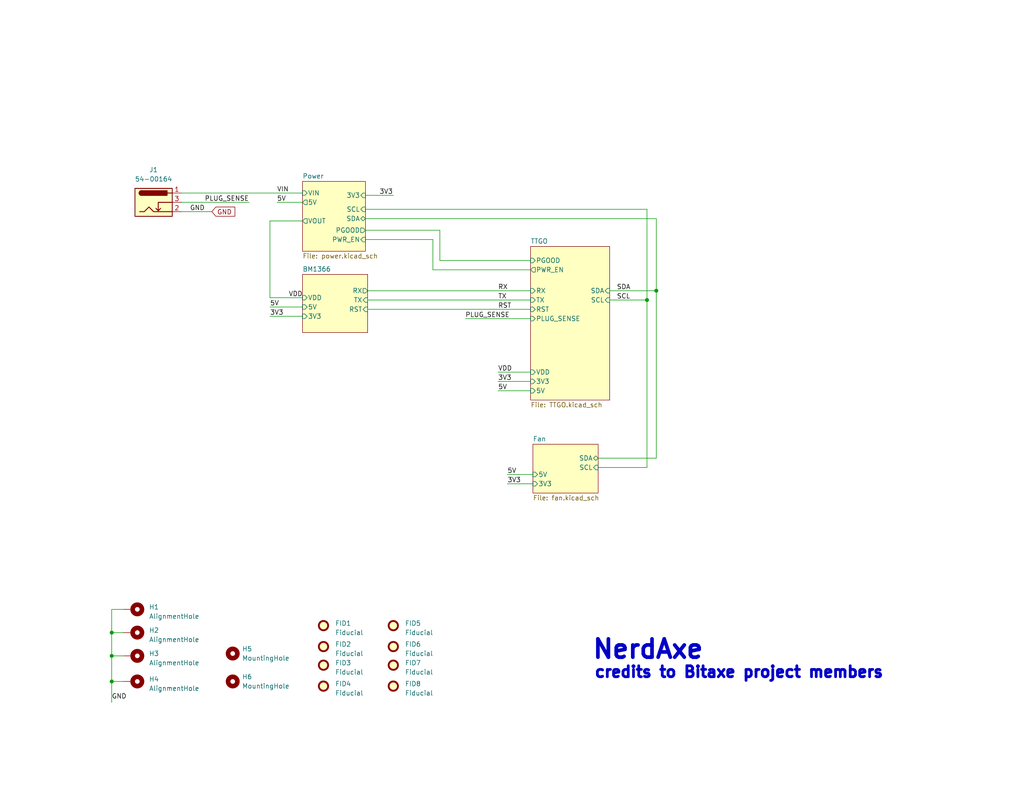
<source format=kicad_sch>
(kicad_sch (version 20230121) (generator eeschema)
  (paper "A")
  (title_block (title "bitaxeTTGO") (date "2023-07-10") (rev "0"))
  (lib_symbols
    (symbol "Connector:Barrel_Jack_Switch" (pin_names hide)
      (property "Reference" "J" (at 0 5.334 0))
      (property "Value" "Barrel_Jack_Switch" (at 0 -5.08 0))
      (symbol "Barrel_Jack_Switch_0_1"
        (rectangle (start -5.08 3.81) (end 5.08 -3.81) (stroke (width 0.254)) (fill (type background)))
        (arc (start -3.302 3.175) (mid -3.9343 2.54) (end -3.302 1.905) (stroke (width 0.254)))
        (arc (start -3.302 3.175) (mid -3.9343 2.54) (end -3.302 1.905) (stroke (width 0.254)) (fill (type outline)))
        (polyline (pts (xy 1.27 -2.286) (xy 1.905 -1.651)) (stroke (width 0.254)))
        (polyline (pts (xy 5.08 2.54) (xy 3.81 2.54)) (stroke (width 0.254)))
        (polyline (pts (xy 5.08 0) (xy 1.27 0) (xy 1.27 -2.286) (xy 0.635 -1.651)) (stroke (width 0.254)))
        (polyline (pts (xy -3.81 -2.54) (xy -2.54 -2.54) (xy -1.27 -1.27) (xy 0 -2.54) (xy 2.54 -2.54) (xy 5.08 -2.54)) (stroke (width 0.254)))
        (rectangle (start 3.683 3.175) (end -3.302 1.905) (stroke (width 0.254)) (fill (type outline)))
      )
      (symbol "Barrel_Jack_Switch_1_1"
        (pin passive line (at 7.62 2.54 180) (length 2.54) (name "~") (number "1"))
        (pin passive line (at 7.62 -2.54 180) (length 2.54) (name "~") (number "2"))
        (pin passive line (at 7.62 0 180) (length 2.54) (name "~") (number "3"))
      )
    )
    (symbol "Mechanical:Fiducial"
      (property "Reference" "FID" (at 0 5.08 0))
      (property "Value" "Fiducial" (at 0 3.175 0))
      (symbol "Fiducial_0_1"
        (circle (center 0 0) (radius 1.27) (stroke (width 0.508)) (fill (type background)))
      )
    )
    (symbol "Mechanical:MountingHole" (pin_names (offset 1.016))
      (property "Reference" "H" (at 0 5.08 0))
      (property "Value" "MountingHole" (at 0 3.175 0))
      (symbol "MountingHole_0_1"
        (circle (center 0 0) (radius 1.27) (stroke (width 1.27)))
      )
    )
    (symbol "Mechanical:MountingHole_Pad" (pin_numbers hide) (pin_names (offset 1.016) hide)
      (property "Reference" "H" (at 0 6.35 0))
      (property "Value" "MountingHole_Pad" (at 0 4.445 0))
      (symbol "MountingHole_Pad_0_1"
        (circle (center 0 1.27) (radius 1.27) (stroke (width 1.27)))
      )
      (symbol "MountingHole_Pad_1_1"
        (pin input line (at 0 -2.54 90) (length 2.54) (name "1") (number "1"))
      )
    )
  )
  (junction (at 30.48 186.055))
  (junction (at 179.07 79.375))
  (junction (at 30.48 172.72))
  (junction (at 30.48 179.07))
  (junction (at 176.53 81.915))
  (wire (pts (xy 144.78 73.66) (xy 118.11 73.66)))
  (wire (pts (xy 135.89 101.6) (xy 144.78 101.6)))
  (wire (pts (xy 99.695 57.15) (xy 176.53 57.15)))
  (wire (pts (xy 163.195 125.095) (xy 179.07 125.095)))
  (wire (pts (xy 166.37 81.915) (xy 176.53 81.915)))
  (wire (pts (xy 49.53 57.785) (xy 57.785 57.785)))
  (wire (pts (xy 75.565 55.245) (xy 82.55 55.245)))
  (wire (pts (xy 100.33 81.915) (xy 144.78 81.915)))
  (wire (pts (xy 144.78 71.12) (xy 120.015 71.12)))
  (wire (pts (xy 30.48 166.37) (xy 30.48 172.72)))
  (wire (pts (xy 33.655 186.055) (xy 30.48 186.055)))
  (wire (pts (xy 138.43 132.08) (xy 145.415 132.08)))
  (wire (pts (xy 30.48 179.07) (xy 33.655 179.07)))
  (wire (pts (xy 120.015 71.12) (xy 120.015 62.865)))
  (wire (pts (xy 30.48 179.07) (xy 30.48 186.055)))
  (wire (pts (xy 49.53 52.705) (xy 82.55 52.705)))
  (wire (pts (xy 179.07 59.69) (xy 179.07 79.375)))
  (wire (pts (xy 30.48 172.72) (xy 33.655 172.72)))
  (wire (pts (xy 99.695 59.69) (xy 179.07 59.69)))
  (wire (pts (xy 127 86.995) (xy 144.78 86.995)))
  (wire (pts (xy 176.53 81.915) (xy 176.53 127.635)))
  (wire (pts (xy 176.53 57.15) (xy 176.53 81.915)))
  (wire (pts (xy 30.48 186.055) (xy 30.48 191.77)))
  (wire (pts (xy 166.37 79.375) (xy 179.07 79.375)))
  (wire (pts (xy 73.66 86.36) (xy 82.55 86.36)))
  (wire (pts (xy 135.89 104.14) (xy 144.78 104.14)))
  (wire (pts (xy 100.33 79.375) (xy 144.78 79.375)))
  (wire (pts (xy 163.195 127.635) (xy 176.53 127.635)))
  (wire (pts (xy 73.66 81.28) (xy 73.66 60.325)))
  (wire (pts (xy 118.11 65.405) (xy 99.695 65.405)))
  (wire (pts (xy 118.11 73.66) (xy 118.11 65.405)))
  (wire (pts (xy 73.66 83.82) (xy 82.55 83.82)))
  (wire (pts (xy 30.48 172.72) (xy 30.48 179.07)))
  (wire (pts (xy 179.07 125.095) (xy 179.07 79.375)))
  (wire (pts (xy 120.015 62.865) (xy 99.695 62.865)))
  (wire (pts (xy 138.43 129.54) (xy 145.415 129.54)))
  (wire (pts (xy 49.53 55.245) (xy 67.945 55.245)))
  (wire (pts (xy 82.55 81.28) (xy 73.66 81.28)))
  (wire (pts (xy 73.66 60.325) (xy 82.55 60.325)))
  (wire (pts (xy 100.33 84.455) (xy 144.78 84.455)))
  (wire (pts (xy 135.89 106.68) (xy 144.78 106.68)))
  (wire (pts (xy 30.48 166.37) (xy 33.655 166.37)))
  (wire (pts (xy 99.695 53.34) (xy 107.315 53.34)))
  (text "credits to Bitaxe project members" (at 161.925 185.42 0) (effects (font (size 3 3) (thickness 1) bold) (justify left bottom)))
  (text "NerdAxe" (at 161.29 180.34 0) (effects (font (size 5 5) (thickness 1) bold) (justify left bottom)))
  (label "GND" (at 55.88 57.785 180))
  (label "VDD" (at 135.89 101.6 0))
  (label "3V3" (at 73.66 86.36 0))
  (label "RST" (at 135.89 84.455 0))
  (label "VDD" (at 78.74 81.28 0))
  (label "5V" (at 75.565 55.245 0))
  (label "5V" (at 138.43 129.54 0))
  (label "SDA" (at 168.275 79.375 0))
  (label "RX" (at 135.89 79.375 0))
  (label "PLUG_SENSE" (at 67.945 55.245 180))
  (label "3V3" (at 103.505 53.34 0))
  (label "3V3" (at 135.89 104.14 0))
  (label "GND" (at 30.48 191.135 0))
  (label "SCL" (at 168.275 81.915 0))
  (label "5V" (at 135.89 106.68 0))
  (label "VIN" (at 75.565 52.705 0))
  (label "3V3" (at 138.43 132.08 0))
  (label "5V" (at 73.66 83.82 0))
  (label "PLUG_SENSE" (at 139.065 86.995 180))
  (label "TX" (at 135.89 81.915 0))
  (global_label "GND" (shape input) (at 57.785 57.785 0) (property "Intersheetrefs" "${INTERSHEET_REFS}" (effects hide)))
  (symbol (lib_id "Mechanical:Fiducial") (at 88.265 170.815 0) (unit 1) (in_bom no)
    (property "Reference" "FID1" (at 91.44 170.18 0) (effects (justify left)))
    (property "Value" "Fiducial" (at 91.44 172.72 0) (effects (justify left)))
    (property "Footprint" "Fiducial:Fiducial_1mm_Mask2mm" (effects hide))
  )
  (symbol (lib_id "Mechanical:MountingHole_Pad") (at 36.195 179.07 270) (unit 1)
    (property "Reference" "H3" (at 40.64 178.435 90) (effects (justify left)))
    (property "Value" "AlignmentHole" (at 40.64 180.975 90) (effects (justify left)))
    (property "Footprint" "MountingHole:MountingHole_3mm_Pad_Via" (effects hide))
    (property "PARTNO" "https://www.amazon.com/dp/B07MDFS1YS" (effects hide))
  )
  (symbol (lib_id "Mechanical:Fiducial") (at 88.265 187.325 0) (unit 1) (in_bom no)
    (property "Reference" "FID4" (at 91.44 186.69 0) (effects (justify left)))
    (property "Value" "Fiducial" (at 91.44 189.23 0) (effects (justify left)))
    (property "Footprint" "Fiducial:Fiducial_1mm_Mask2mm" (effects hide))
  )
  (symbol (lib_id "Mechanical:Fiducial") (at 88.265 176.53 0) (unit 1) (in_bom no)
    (property "Reference" "FID2" (at 91.44 175.895 0) (effects (justify left)))
    (property "Value" "Fiducial" (at 91.44 178.435 0) (effects (justify left)))
    (property "Footprint" "Fiducial:Fiducial_1mm_Mask2mm" (effects hide))
  )
  (symbol (lib_id "Mechanical:Fiducial") (at 88.265 181.61 0) (unit 1) (in_bom no)
    (property "Reference" "FID3" (at 91.44 180.975 0) (effects (justify left)))
    (property "Value" "Fiducial" (at 91.44 183.515 0) (effects (justify left)))
    (property "Footprint" "Fiducial:Fiducial_1mm_Mask2mm" (effects hide))
  )
  (symbol (lib_id "Mechanical:Fiducial") (at 107.315 187.325 0) (unit 1) (in_bom no)
    (property "Reference" "FID8" (at 110.49 186.69 0) (effects (justify left)))
    (property "Value" "Fiducial" (at 110.49 189.23 0) (effects (justify left)))
    (property "Footprint" "Fiducial:Fiducial_1mm_Mask2mm" (effects hide))
  )
  (symbol (lib_id "Mechanical:MountingHole_Pad") (at 36.195 172.72 270) (unit 1)
    (property "Reference" "H2" (at 40.64 172.085 90) (effects (justify left)))
    (property "Value" "AlignmentHole" (at 40.64 174.625 90) (effects (justify left)))
    (property "Footprint" "MountingHole:MountingHole_3mm_Pad_Via" (effects hide))
    (property "PARTNO" "https://www.amazon.com/dp/B07MDFS1YS" (effects hide))
  )
  (symbol (lib_id "Mechanical:Fiducial") (at 107.315 170.815 0) (unit 1) (in_bom no)
    (property "Reference" "FID5" (at 110.49 170.18 0) (effects (justify left)))
    (property "Value" "Fiducial" (at 110.49 172.72 0) (effects (justify left)))
    (property "Footprint" "Fiducial:Fiducial_1mm_Mask2mm" (effects hide))
  )
  (symbol (lib_id "Connector:Barrel_Jack_Switch") (at 41.91 55.245 0) (unit 1)
    (property "Reference" "J1" (at 41.91 46.355 0))
    (property "Value" "54-00164" (at 41.91 48.895 0))
    (property "Footprint" "bitaxe:BarrelJack_Wuerth_694106106102_2.0x5.5mm" (effects hide))
    (property "Datasheet" "https://tensility.s3.amazonaws.com/uploads/pdffiles/54-00164.pdf?X-Amz-Expires=600&X-Amz-Date=20231120T033415Z&X-Amz-Algorithm=AWS4-HMAC-SHA256&X-Amz-Credential=AKIAIS2S4WRDQDSWDRZQ%2F20231120%2Fus-west-2%2Fs3%2Faws4_request&X-Amz-SignedHeaders=host&X-Amz-Signature=0ec7ce6b9e4957ccc83a05eb1138fede41cc8592648d2aac3c65914c1c151ca7" (effects hide))
    (property "DK" "839-54-00164CT-ND" (effects hide))
    (property "PARTNO" "54-00164" (effects hide))
  )
  (symbol (lib_id "Mechanical:MountingHole_Pad") (at 36.195 166.37 270) (unit 1)
    (property "Reference" "H1" (at 40.64 165.735 90) (effects (justify left)))
    (property "Value" "AlignmentHole" (at 40.64 168.275 90) (effects (justify left)))
    (property "Footprint" "MountingHole:MountingHole_3mm_Pad_Via" (effects hide))
    (property "PARTNO" "https://www.amazon.com/dp/B07MDFS1YS" (effects hide))
  )
  (symbol (lib_id "Mechanical:MountingHole") (at 63.5 186.055 0) (unit 1) (in_bom no)
    (property "Reference" "H6" (at 66.04 184.7849 0) (effects (justify left)))
    (property "Value" "MountingHole" (at 66.04 187.3249 0) (effects (justify left)))
    (property "Footprint" "MountingHole:MountingHole_3.5mm" (effects hide))
  )
  (symbol (lib_id "Mechanical:MountingHole") (at 63.5 178.435 0) (unit 1) (in_bom no)
    (property "Reference" "H5" (at 66.04 177.1649 0) (effects (justify left)))
    (property "Value" "MountingHole" (at 66.04 179.7049 0) (effects (justify left)))
    (property "Footprint" "MountingHole:MountingHole_3.5mm" (effects hide))
  )
  (symbol (lib_id "Mechanical:Fiducial") (at 107.315 176.53 0) (unit 1) (in_bom no)
    (property "Reference" "FID6" (at 110.49 175.895 0) (effects (justify left)))
    (property "Value" "Fiducial" (at 110.49 178.435 0) (effects (justify left)))
    (property "Footprint" "Fiducial:Fiducial_1mm_Mask2mm" (effects hide))
  )
  (symbol (lib_id "Mechanical:Fiducial") (at 107.315 181.61 0) (unit 1) (in_bom no)
    (property "Reference" "FID7" (at 110.49 180.975 0) (effects (justify left)))
    (property "Value" "Fiducial" (at 110.49 183.515 0) (effects (justify left)))
    (property "Footprint" "Fiducial:Fiducial_1mm_Mask2mm" (effects hide))
  )
  (symbol (lib_id "Mechanical:MountingHole_Pad") (at 36.195 186.055 270) (unit 1)
    (property "Reference" "H4" (at 40.64 185.42 90) (effects (justify left)))
    (property "Value" "AlignmentHole" (at 40.64 187.96 90) (effects (justify left)))
    (property "Footprint" "MountingHole:MountingHole_3mm_Pad_Via" (effects hide))
    (property "PARTNO" "https://www.amazon.com/dp/B07MDFS1YS" (effects hide))
  )
  (sheet (at 144.78 67.31) (size 21.59 41.91) (stroke (width 0.1524)) (fill (color 255 255 194 1.0000))
    (property "Sheetname" "TTGO" (at 144.78 66.5984 0) (effects (justify left bottom)))
    (property "Sheetfile" "TTGO.kicad_sch" (at 144.78 109.8046 0) (effects (justify left top)))
    (pin "TX" input (at 144.78 81.915 180))
    (pin "SCL" input (at 166.37 81.915 0))
    (pin "RX" input (at 144.78 79.375 180))
    (pin "SDA" input (at 166.37 79.375 0))
    (pin "5V" input (at 144.78 106.68 180))
    (pin "PGOOD" input (at 144.78 71.12 180))
    (pin "VDD" input (at 144.78 101.6 180))
    (pin "RST" input (at 144.78 84.455 180))
    (pin "PLUG_SENSE" input (at 144.78 86.995 180))
    (pin "PWR_EN" output (at 144.78 73.66 180))
    (pin "3V3" input (at 144.78 104.14 180))
  )
  (sheet (at 82.55 74.93) (size 17.78 15.875) (stroke (width 0.1524)) (fill (color 255 255 194 1.0000))
    (property "Sheetname" "BM1366" (at 82.55 74.2184 0) (effects (justify left bottom)))
    (property "Sheetfile" "bm1366.kicad_sch" (effects hide))
    (pin "TX" input (at 100.33 81.915 0))
    (pin "RX" output (at 100.33 79.375 0))
    (pin "RST" input (at 100.33 84.455 0))
    (pin "3V3" input (at 82.55 86.36 180))
    (pin "5V" input (at 82.55 83.82 180))
    (pin "VDD" input (at 82.55 81.28 180))
  )
  (sheet (at 145.415 121.285) (size 17.78 13.335) (stroke (width 0.1524)) (fill (color 255 255 194 1.0000))
    (property "Sheetname" "Fan" (at 145.415 120.5734 0) (effects (justify left bottom)))
    (property "Sheetfile" "fan.kicad_sch" (at 145.415 135.2046 0) (effects (justify left top)))
    (pin "SDA" bidirectional (at 163.195 125.095 0))
    (pin "SCL" input (at 163.195 127.635 0))
    (pin "5V" input (at 145.415 129.54 180))
    (pin "3V3" input (at 145.415 132.08 180))
  )
  (sheet (at 82.55 49.53) (size 17.145 19.05) (stroke (width 0.1524)) (fill (color 255 255 194 1.0000))
    (property "Sheetname" "Power" (at 82.55 48.8184 0) (effects (justify left bottom)))
    (property "Sheetfile" "power.kicad_sch" (at 82.55 69.1646 0) (effects (justify left top)))
    (pin "VOUT" output (at 82.55 60.325 180))
    (pin "VIN" input (at 82.55 52.705 180))
    (pin "SCL" input (at 99.695 57.15 0))
    (pin "SDA" bidirectional (at 99.695 59.69 0))
    (pin "5V" output (at 82.55 55.245 180))
    (pin "3V3" input (at 99.695 53.34 0))
    (pin "PGOOD" output (at 99.695 62.865 0))
    (pin "PWR_EN" input (at 99.695 65.405 0))
  )
)
</source>
